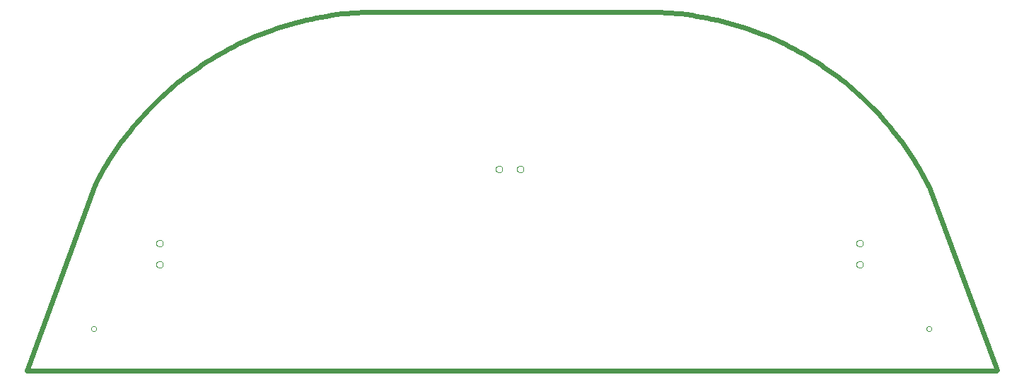
<source format=gbr>
G75*
G70*
%OFA0B0*%
%FSLAX24Y24*%
%IPPOS*%
%LPD*%
%AMOC8*
5,1,8,0,0,1.08239X$1,22.5*
%
%ADD10C,0.0000*%
%ADD11C,0.0240*%
D10*
X003251Y002755D02*
X003253Y002777D01*
X003259Y002798D01*
X003269Y002818D01*
X003282Y002836D01*
X003299Y002851D01*
X003318Y002862D01*
X003338Y002870D01*
X003360Y002874D01*
X003382Y002874D01*
X003404Y002870D01*
X003424Y002862D01*
X003443Y002851D01*
X003460Y002836D01*
X003473Y002818D01*
X003483Y002798D01*
X003489Y002777D01*
X003491Y002755D01*
X003489Y002733D01*
X003483Y002712D01*
X003473Y002692D01*
X003460Y002674D01*
X003443Y002659D01*
X003424Y002648D01*
X003404Y002640D01*
X003382Y002636D01*
X003360Y002636D01*
X003338Y002640D01*
X003318Y002648D01*
X003299Y002659D01*
X003282Y002674D01*
X003269Y002692D01*
X003259Y002712D01*
X003253Y002733D01*
X003251Y002755D01*
X006312Y005786D02*
X006314Y005812D01*
X006320Y005837D01*
X006330Y005860D01*
X006344Y005882D01*
X006361Y005901D01*
X006381Y005918D01*
X006403Y005931D01*
X006427Y005940D01*
X006453Y005945D01*
X006478Y005946D01*
X006504Y005943D01*
X006529Y005936D01*
X006552Y005925D01*
X006573Y005910D01*
X006592Y005892D01*
X006607Y005872D01*
X006619Y005849D01*
X006627Y005824D01*
X006631Y005799D01*
X006631Y005773D01*
X006627Y005748D01*
X006619Y005723D01*
X006607Y005700D01*
X006592Y005680D01*
X006573Y005662D01*
X006552Y005647D01*
X006529Y005636D01*
X006504Y005629D01*
X006478Y005626D01*
X006453Y005627D01*
X006427Y005632D01*
X006403Y005641D01*
X006381Y005654D01*
X006361Y005671D01*
X006344Y005690D01*
X006330Y005712D01*
X006320Y005735D01*
X006314Y005760D01*
X006312Y005786D01*
X006312Y006786D02*
X006314Y006812D01*
X006320Y006837D01*
X006330Y006860D01*
X006344Y006882D01*
X006361Y006901D01*
X006381Y006918D01*
X006403Y006931D01*
X006427Y006940D01*
X006453Y006945D01*
X006478Y006946D01*
X006504Y006943D01*
X006529Y006936D01*
X006552Y006925D01*
X006573Y006910D01*
X006592Y006892D01*
X006607Y006872D01*
X006619Y006849D01*
X006627Y006824D01*
X006631Y006799D01*
X006631Y006773D01*
X006627Y006748D01*
X006619Y006723D01*
X006607Y006700D01*
X006592Y006680D01*
X006573Y006662D01*
X006552Y006647D01*
X006529Y006636D01*
X006504Y006629D01*
X006478Y006626D01*
X006453Y006627D01*
X006427Y006632D01*
X006403Y006641D01*
X006381Y006654D01*
X006361Y006671D01*
X006344Y006690D01*
X006330Y006712D01*
X006320Y006735D01*
X006314Y006760D01*
X006312Y006786D01*
X022312Y010286D02*
X022314Y010312D01*
X022320Y010337D01*
X022330Y010360D01*
X022344Y010382D01*
X022361Y010401D01*
X022381Y010418D01*
X022403Y010431D01*
X022427Y010440D01*
X022453Y010445D01*
X022478Y010446D01*
X022504Y010443D01*
X022529Y010436D01*
X022552Y010425D01*
X022573Y010410D01*
X022592Y010392D01*
X022607Y010372D01*
X022619Y010349D01*
X022627Y010324D01*
X022631Y010299D01*
X022631Y010273D01*
X022627Y010248D01*
X022619Y010223D01*
X022607Y010200D01*
X022592Y010180D01*
X022573Y010162D01*
X022552Y010147D01*
X022529Y010136D01*
X022504Y010129D01*
X022478Y010126D01*
X022453Y010127D01*
X022427Y010132D01*
X022403Y010141D01*
X022381Y010154D01*
X022361Y010171D01*
X022344Y010190D01*
X022330Y010212D01*
X022320Y010235D01*
X022314Y010260D01*
X022312Y010286D01*
X023312Y010286D02*
X023314Y010312D01*
X023320Y010337D01*
X023330Y010360D01*
X023344Y010382D01*
X023361Y010401D01*
X023381Y010418D01*
X023403Y010431D01*
X023427Y010440D01*
X023453Y010445D01*
X023478Y010446D01*
X023504Y010443D01*
X023529Y010436D01*
X023552Y010425D01*
X023573Y010410D01*
X023592Y010392D01*
X023607Y010372D01*
X023619Y010349D01*
X023627Y010324D01*
X023631Y010299D01*
X023631Y010273D01*
X023627Y010248D01*
X023619Y010223D01*
X023607Y010200D01*
X023592Y010180D01*
X023573Y010162D01*
X023552Y010147D01*
X023529Y010136D01*
X023504Y010129D01*
X023478Y010126D01*
X023453Y010127D01*
X023427Y010132D01*
X023403Y010141D01*
X023381Y010154D01*
X023361Y010171D01*
X023344Y010190D01*
X023330Y010212D01*
X023320Y010235D01*
X023314Y010260D01*
X023312Y010286D01*
X039312Y006786D02*
X039314Y006812D01*
X039320Y006837D01*
X039330Y006860D01*
X039344Y006882D01*
X039361Y006901D01*
X039381Y006918D01*
X039403Y006931D01*
X039427Y006940D01*
X039453Y006945D01*
X039478Y006946D01*
X039504Y006943D01*
X039529Y006936D01*
X039552Y006925D01*
X039573Y006910D01*
X039592Y006892D01*
X039607Y006872D01*
X039619Y006849D01*
X039627Y006824D01*
X039631Y006799D01*
X039631Y006773D01*
X039627Y006748D01*
X039619Y006723D01*
X039607Y006700D01*
X039592Y006680D01*
X039573Y006662D01*
X039552Y006647D01*
X039529Y006636D01*
X039504Y006629D01*
X039478Y006626D01*
X039453Y006627D01*
X039427Y006632D01*
X039403Y006641D01*
X039381Y006654D01*
X039361Y006671D01*
X039344Y006690D01*
X039330Y006712D01*
X039320Y006735D01*
X039314Y006760D01*
X039312Y006786D01*
X039312Y005786D02*
X039314Y005812D01*
X039320Y005837D01*
X039330Y005860D01*
X039344Y005882D01*
X039361Y005901D01*
X039381Y005918D01*
X039403Y005931D01*
X039427Y005940D01*
X039453Y005945D01*
X039478Y005946D01*
X039504Y005943D01*
X039529Y005936D01*
X039552Y005925D01*
X039573Y005910D01*
X039592Y005892D01*
X039607Y005872D01*
X039619Y005849D01*
X039627Y005824D01*
X039631Y005799D01*
X039631Y005773D01*
X039627Y005748D01*
X039619Y005723D01*
X039607Y005700D01*
X039592Y005680D01*
X039573Y005662D01*
X039552Y005647D01*
X039529Y005636D01*
X039504Y005629D01*
X039478Y005626D01*
X039453Y005627D01*
X039427Y005632D01*
X039403Y005641D01*
X039381Y005654D01*
X039361Y005671D01*
X039344Y005690D01*
X039330Y005712D01*
X039320Y005735D01*
X039314Y005760D01*
X039312Y005786D01*
X042621Y002755D02*
X042623Y002777D01*
X042629Y002798D01*
X042639Y002818D01*
X042652Y002836D01*
X042669Y002851D01*
X042688Y002862D01*
X042708Y002870D01*
X042730Y002874D01*
X042752Y002874D01*
X042774Y002870D01*
X042794Y002862D01*
X042813Y002851D01*
X042830Y002836D01*
X042843Y002818D01*
X042853Y002798D01*
X042859Y002777D01*
X042861Y002755D01*
X042859Y002733D01*
X042853Y002712D01*
X042843Y002692D01*
X042830Y002674D01*
X042813Y002659D01*
X042794Y002648D01*
X042774Y002640D01*
X042752Y002636D01*
X042730Y002636D01*
X042708Y002640D01*
X042688Y002648D01*
X042669Y002659D01*
X042652Y002674D01*
X042639Y002692D01*
X042629Y002712D01*
X042623Y002733D01*
X042621Y002755D01*
D11*
X045922Y000786D02*
X000222Y000786D01*
X003371Y009448D01*
X003481Y009665D01*
X003596Y009880D01*
X003713Y010094D01*
X003835Y010305D01*
X003959Y010514D01*
X004087Y010721D01*
X004219Y010927D01*
X004354Y011130D01*
X004492Y011330D01*
X004633Y011529D01*
X004777Y011725D01*
X004925Y011919D01*
X005076Y012110D01*
X005230Y012299D01*
X005387Y012485D01*
X005547Y012669D01*
X005709Y012850D01*
X005875Y013029D01*
X006044Y013205D01*
X006216Y013378D01*
X006390Y013548D01*
X006567Y013715D01*
X006747Y013879D01*
X006929Y014041D01*
X007115Y014199D01*
X007302Y014355D01*
X007492Y014507D01*
X007685Y014656D01*
X007880Y014802D01*
X008077Y014945D01*
X008277Y015085D01*
X008479Y015221D01*
X008683Y015354D01*
X008889Y015484D01*
X009097Y015610D01*
X009308Y015733D01*
X009520Y015853D01*
X009734Y015969D01*
X009950Y016081D01*
X010168Y016190D01*
X010388Y016295D01*
X010609Y016397D01*
X010832Y016495D01*
X011057Y016590D01*
X011283Y016681D01*
X011510Y016768D01*
X011739Y016852D01*
X011969Y016931D01*
X012201Y017007D01*
X012434Y017080D01*
X012667Y017148D01*
X012902Y017213D01*
X013138Y017273D01*
X013375Y017330D01*
X013613Y017383D01*
X013852Y017432D01*
X014091Y017478D01*
X014331Y017519D01*
X014572Y017556D01*
X014813Y017590D01*
X015055Y017620D01*
X015297Y017645D01*
X015540Y017667D01*
X015783Y017685D01*
X016026Y017698D01*
X016270Y017708D01*
X016513Y017714D01*
X016757Y017716D01*
X016757Y017715D02*
X029356Y017715D01*
X042741Y009448D02*
X045941Y000811D01*
X042741Y009448D02*
X042631Y009665D01*
X042516Y009880D01*
X042399Y010094D01*
X042277Y010305D01*
X042153Y010514D01*
X042025Y010721D01*
X041893Y010927D01*
X041758Y011130D01*
X041620Y011330D01*
X041479Y011529D01*
X041335Y011725D01*
X041187Y011919D01*
X041036Y012110D01*
X040882Y012299D01*
X040725Y012485D01*
X040565Y012669D01*
X040403Y012850D01*
X040237Y013029D01*
X040068Y013205D01*
X039896Y013377D01*
X039722Y013548D01*
X039545Y013715D01*
X039365Y013879D01*
X039183Y014041D01*
X038998Y014199D01*
X038810Y014355D01*
X038620Y014507D01*
X038427Y014656D01*
X038232Y014802D01*
X038035Y014945D01*
X037835Y015085D01*
X037633Y015221D01*
X037429Y015354D01*
X037223Y015484D01*
X037015Y015610D01*
X036804Y015733D01*
X036592Y015853D01*
X036378Y015969D01*
X036162Y016081D01*
X035944Y016190D01*
X035724Y016295D01*
X035503Y016397D01*
X035280Y016495D01*
X035055Y016590D01*
X034829Y016681D01*
X034602Y016768D01*
X034373Y016852D01*
X034143Y016931D01*
X033911Y017007D01*
X033678Y017080D01*
X033445Y017148D01*
X033210Y017213D01*
X032974Y017273D01*
X032737Y017330D01*
X032499Y017383D01*
X032260Y017432D01*
X032021Y017478D01*
X031781Y017519D01*
X031540Y017556D01*
X031299Y017590D01*
X031057Y017620D01*
X030815Y017645D01*
X030572Y017667D01*
X030329Y017685D01*
X030086Y017698D01*
X029842Y017708D01*
X029599Y017714D01*
X029355Y017716D01*
M02*

</source>
